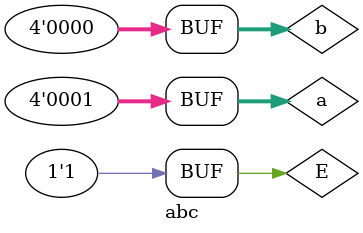
<source format=v>
`timescale 1ns / 1ps


module abc;

	// Inputs
	reg [3:0] a;
	reg [3:0] b;
	reg E;

	// Outputs
	wire [3:0] iab;

	// Instantiate the Unit Under Test (UUT)
	nandgatemod uut (
		.a(a), 
		.b(b), 
		.E(E), 
		.iab(iab)
	);

	initial begin
		// Initialize Inputs
		a = 0;
		b = 0;
		E = 0;

		// Wait 100 ns for global reset to finish
		#100;
		a = 0;
		b = 1;
		E = 1;
		#100;
		a = 1;
		b = 1;
		E = 1;
		#100;
		a = 1;
		b = 0;
		E = 1;
		#100;
		// Add stimulus here

	end
      
endmodule


</source>
